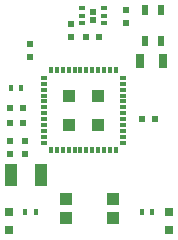
<source format=gbr>
G04 #@! TF.FileFunction,Paste,Top*
%FSLAX46Y46*%
G04 Gerber Fmt 4.6, Leading zero omitted, Abs format (unit mm)*
G04 Created by KiCad (PCBNEW 4.0.4-stable) date 05/29/18 15:09:19*
%MOMM*%
%LPD*%
G01*
G04 APERTURE LIST*
%ADD10C,0.100000*%
%ADD11R,0.500000X0.600000*%
%ADD12R,0.600000X0.500000*%
%ADD13R,0.797560X0.797560*%
%ADD14R,0.700000X1.300000*%
%ADD15R,0.400000X0.600000*%
%ADD16R,1.100000X1.900000*%
%ADD17R,0.500000X0.900000*%
%ADD18R,0.470000X0.400000*%
%ADD19R,0.502000X0.502000*%
%ADD20R,0.300000X0.550000*%
%ADD21R,0.550000X0.300000*%
%ADD22R,1.002000X1.002000*%
%ADD23R,1.000000X1.000000*%
G04 APERTURE END LIST*
D10*
D11*
X103570000Y-92600000D03*
X103570000Y-91500000D03*
D12*
X103370000Y-89950000D03*
X102270000Y-89950000D03*
D11*
X102270000Y-92600000D03*
X102270000Y-91500000D03*
D12*
X103370000Y-88700000D03*
X102270000Y-88700000D03*
D11*
X112170000Y-81550000D03*
X112170000Y-80450000D03*
X107470000Y-81600000D03*
X107470000Y-82700000D03*
D12*
X113520000Y-89650000D03*
X114620000Y-89650000D03*
D11*
X103970000Y-84400000D03*
X103970000Y-83300000D03*
D13*
X115750000Y-97500700D03*
X115750000Y-98999300D03*
X102250000Y-97500700D03*
X102250000Y-98999300D03*
D14*
X115220000Y-84700000D03*
X113320000Y-84700000D03*
D15*
X102370000Y-87000000D03*
X103270000Y-87000000D03*
X113470000Y-97500000D03*
X114370000Y-97500000D03*
X104520000Y-97500000D03*
X103620000Y-97500000D03*
D16*
X102370000Y-94350000D03*
X104970000Y-94350000D03*
D17*
X115120000Y-83050000D03*
X115120000Y-80450000D03*
X113720000Y-83050000D03*
X113720000Y-80450000D03*
D12*
X108720000Y-82700000D03*
X109820000Y-82700000D03*
D18*
X110235000Y-81550000D03*
X110235000Y-80900000D03*
X110235000Y-80250000D03*
X108405000Y-80250000D03*
X108405000Y-80900000D03*
X108405000Y-81550000D03*
D19*
X109320000Y-81250000D03*
X109320000Y-80550000D03*
D20*
X105770000Y-92275000D03*
X106270000Y-92275000D03*
X106770000Y-92275000D03*
X107270000Y-92275000D03*
X107770000Y-92275000D03*
X108270000Y-92275000D03*
X108770000Y-92275000D03*
X109270000Y-92275000D03*
X109770000Y-92275000D03*
X110270000Y-92275000D03*
X110770000Y-92275000D03*
X111270000Y-92275000D03*
D21*
X111895000Y-91650000D03*
X111895000Y-91150000D03*
X111895000Y-90650000D03*
X111895000Y-90150000D03*
X111895000Y-89650000D03*
X111895000Y-89150000D03*
X111895000Y-88650000D03*
X111895000Y-88150000D03*
X111895000Y-87650000D03*
X111895000Y-87150000D03*
X111895000Y-86650000D03*
X111895000Y-86150000D03*
D20*
X111270000Y-85525000D03*
X110770000Y-85525000D03*
X110270000Y-85525000D03*
X109770000Y-85525000D03*
X109270000Y-85525000D03*
X108770000Y-85525000D03*
X108270000Y-85525000D03*
X107770000Y-85525000D03*
X107270000Y-85525000D03*
X106770000Y-85525000D03*
X106270000Y-85525000D03*
X105770000Y-85525000D03*
D21*
X105145000Y-86150000D03*
X105145000Y-86650000D03*
X105145000Y-87150000D03*
X105145000Y-87650000D03*
X105145000Y-88150000D03*
X105145000Y-88650000D03*
X105145000Y-89150000D03*
X105145000Y-89650000D03*
X105145000Y-90150000D03*
X105145000Y-90650000D03*
X105145000Y-91150000D03*
X105145000Y-91650000D03*
D22*
X107270000Y-90150000D03*
X109770000Y-90150000D03*
X107270000Y-87650000D03*
X109770000Y-87650000D03*
D23*
X111020000Y-96450000D03*
X107020000Y-98050000D03*
X111020000Y-98050000D03*
X107020000Y-96450000D03*
M02*

</source>
